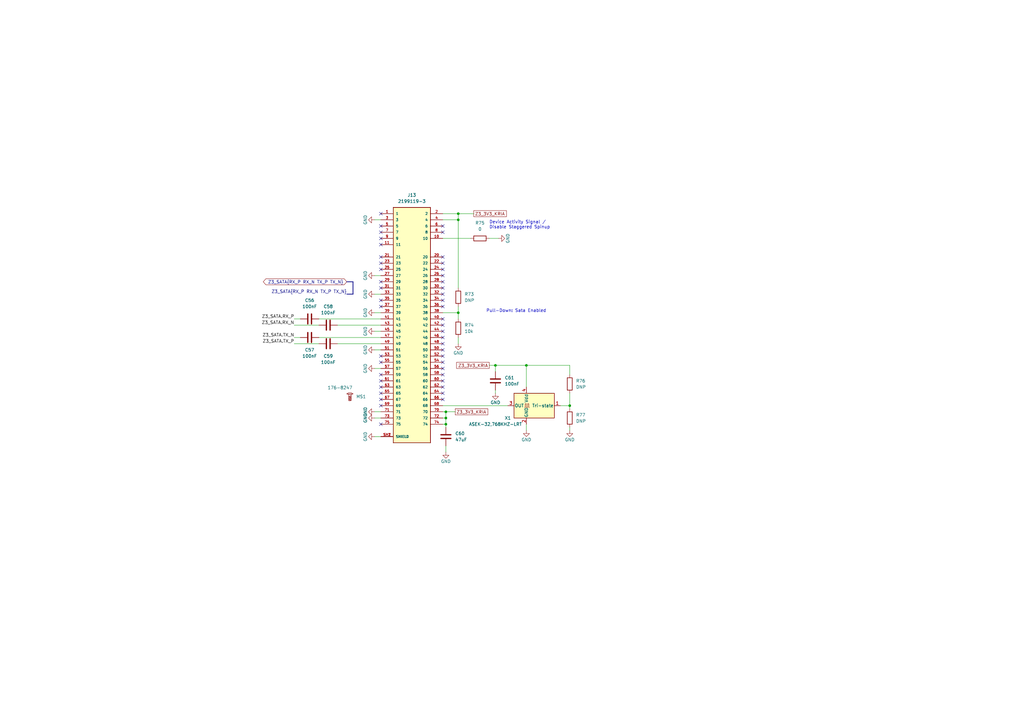
<source format=kicad_sch>
(kicad_sch (version 20211123) (generator eeschema)
  (paper "A3")
  (title_block (title "RTM_Template") (date "2022-09-07") (rev "1.0") (company "Karlsruhe Institute of Technology (KIT)") (comment 1 "Institute for Data Processing and Electronics (IPE)") (comment 2 "Carsten Schmerbeck") (comment 3 "Luis Ardila") (comment 4 "Licensed under CERN-OHL-P v2"))
  (lib_symbols
    (symbol "Device:C" (pin_numbers hide) (pin_names (offset 0.254))
      (property "Reference" "C" (at 0.635 2.54 0))
      (property "Value" "C" (at 0.635 -2.54 0))
      (symbol "C_0_1"
        (polyline (pts (xy -2.032 -0.762) (xy 2.032 -0.762)) (stroke (width 0.508)))
        (polyline (pts (xy -2.032 0.762) (xy 2.032 0.762)) (stroke (width 0.508)))
      )
      (symbol "C_1_1"
        (pin passive line (at 0 3.81 270) (length 2.794) (name "~") (number "1"))
        (pin passive line (at 0 -3.81 90) (length 2.794) (name "~") (number "2"))
      )
    )
    (symbol "Device:R" (pin_numbers hide) (pin_names (offset 0))
      (property "Reference" "R" (at 2.032 0 90))
      (property "Value" "R" (at 0 0 90))
      (symbol "R_0_1"
        (rectangle (start -1.016 -2.54) (end 1.016 2.54) (stroke (width 0.254)))
      )
      (symbol "R_1_1"
        (pin passive line (at 0 3.81 270) (length 1.27) (name "~") (number "1"))
        (pin passive line (at 0 -3.81 90) (length 1.27) (name "~") (number "2"))
      )
    )
    (symbol "KIT_Connector:2199119-3" (pin_names (offset 1.016))
      (property "Reference" "J" (at -7.6454 48.9966 0))
      (property "Value" "2199119-3" (at -7.62 -50.8762 0))
      (symbol "2199119-3_0_0"
        (polyline (pts (xy -7.62 -48.26) (xy -7.62 48.26)) (stroke (width 0.254)))
        (polyline (pts (xy -7.62 48.26) (xy 7.62 48.26)) (stroke (width 0.254)))
        (polyline (pts (xy 7.62 -48.26) (xy -7.62 -48.26)) (stroke (width 0.254)))
        (polyline (pts (xy 7.62 48.26) (xy 7.62 -48.26)) (stroke (width 0.254)))
        (pin passive line (at -12.7 45.72 0) (length 5.08) (name "1") (number "1"))
        (pin passive line (at 12.7 35.56 180) (length 5.08) (name "10") (number "10"))
        (pin passive line (at -12.7 33.02 0) (length 5.08) (name "11") (number "11"))
        (pin passive line (at 12.7 45.72 180) (length 5.08) (name "2") (number "2"))
        (pin passive line (at 12.7 27.94 180) (length 5.08) (name "20") (number "20"))
        (pin passive line (at -12.7 27.94 0) (length 5.08) (name "21") (number "21"))
        (pin passive line (at 12.7 25.4 180) (length 5.08) (name "22") (number "22"))
        (pin passive line (at -12.7 25.4 0) (length 5.08) (name "23") (number "23"))
        (pin passive line (at 12.7 22.86 180) (length 5.08) (name "24") (number "24"))
        (pin passive line (at -12.7 22.86 0) (length 5.08) (name "25") (number "25"))
        (pin passive line (at 12.7 20.32 180) (length 5.08) (name "26") (number "26"))
        (pin passive line (at -12.7 20.32 0) (length 5.08) (name "27") (number "27"))
        (pin passive line (at 12.7 17.78 180) (length 5.08) (name "28") (number "28"))
        (pin passive line (at -12.7 17.78 0) (length 5.08) (name "29") (number "29"))
        (pin passive line (at -12.7 43.18 0) (length 5.08) (name "3") (number "3"))
        (pin passive line (at 12.7 15.24 180) (length 5.08) (name "30") (number "30"))
        (pin passive line (at -12.7 15.24 0) (length 5.08) (name "31") (number "31"))
        (pin passive line (at 12.7 12.7 180) (length 5.08) (name "32") (number "32"))
        (pin passive line (at -12.7 12.7 0) (length 5.08) (name "33") (number "33"))
        (pin passive line (at 12.7 10.16 180) (length 5.08) (name "34") (number "34"))
        (pin passive line (at -12.7 10.16 0) (length 5.08) (name "35") (number "35"))
        (pin passive line (at 12.7 7.62 180) (length 5.08) (name "36") (number "36"))
        (pin passive line (at -12.7 7.62 0) (length 5.08) (name "37") (number "37"))
        (pin passive line (at 12.7 5.08 180) (length 5.08) (name "38") (number "38"))
        (pin passive line (at -12.7 5.08 0) (length 5.08) (name "39") (number "39"))
        (pin passive line (at 12.7 43.18 180) (length 5.08) (name "4") (number "4"))
        (pin passive line (at 12.7 2.54 180) (length 5.08) (name "40") (number "40"))
        (pin passive line (at -12.7 2.54 0) (length 5.08) (name "41") (number "41"))
        (pin passive line (at 12.7 0 180) (length 5.08) (name "42") (number "42"))
        (pin passive line (at -12.7 0 0) (length 5.08) (name "43") (number "43"))
        (pin passive line (at 12.7 -2.54 180) (length 5.08) (name "44") (number "44"))
        (pin passive line (at -12.7 -2.54 0) (length 5.08) (name "45") (number "45"))
        (pin passive line (at 12.7 -5.08 180) (length 5.08) (name "46") (number "46"))
        (pin passive line (at -12.7 -5.08 0) (length 5.08) (name "47") (number "47"))
        (pin passive line (at 12.7 -7.62 180) (length 5.08) (name "48") (number "48"))
        (pin passive line (at -12.7 -7.62 0) (length 5.08) (name "49") (number "49"))
        (pin passive line (at -12.7 40.64 0) (length 5.08) (name "5") (number "5"))
        (pin passive line (at 12.7 -10.16 180) (length 5.08) (name "50") (number "50"))
        (pin passive line (at -12.7 -10.16 0) (length 5.08) (name "51") (number "51"))
        (pin passive line (at 12.7 -12.7 180) (length 5.08) (name "52") (number "52"))
        (pin passive line (at -12.7 -12.7 0) (length 5.08) (name "53") (number "53"))
        (pin passive line (at 12.7 -15.24 180) (length 5.08) (name "54") (number "54"))
        (pin passive line (at -12.7 -15.24 0) (length 5.08) (name "55") (number "55"))
        (pin passive line (at 12.7 -17.78 180) (length 5.08) (name "56") (number "56"))
        (pin passive line (at -12.7 -17.78 0) (length 5.08) (name "57") (number "57"))
        (pin passive line (at 12.7 -20.32 180) (length 5.08) (name "58") (number "58"))
        (pin passive line (at -12.7 -20.32 0) (length 5.08) (name "59") (number "59"))
        (pin passive line (at 12.7 40.64 180) (length 5.08) (name "6") (number "6"))
        (pin passive line (at 12.7 -22.86 180) (length 5.08) (name "60") (number "60"))
        (pin passive line (at -12.7 -22.86 0) (length 5.08) (name "61") (number "61"))
        (pin passive line (at 12.7 -25.4 180) (length 5.08) (name "62") (number "62"))
        (pin passive line (at -12.7 -25.4 0) (length 5.08) (name "63") (number "63"))
        (pin passive line (at 12.7 -27.94 180) (length 5.08) (name "64") (number "64"))
        (pin passive line (at -12.7 -27.94 0) (length 5.08) (name "65") (number "65"))
        (pin passive line (at 12.7 -30.48 180) (length 5.08) (name "66") (number "66"))
        (pin passive line (at -12.7 -30.48 0) (length 5.08) (name "67") (number "67"))
        (pin passive line (at 12.7 -33.02 180) (length 5.08) (name "68") (number "68"))
        (pin passive line (at -12.7 -33.02 0) (length 5.08) (name "69") (number "69"))
        (pin passive line (at -12.7 38.1 0) (length 5.08) (name "7") (number "7"))
        (pin passive line (at 12.7 -35.56 180) (length 5.08) (name "70") (number "70"))
        (pin passive line (at -12.7 -35.56 0) (length 5.08) (name "71") (number "71"))
        (pin passive line (at 12.7 -38.1 180) (length 5.08) (name "72") (number "72"))
        (pin passive line (at -12.7 -38.1 0) (length 5.08) (name "73") (number "73"))
        (pin passive line (at 12.7 -40.64 180) (length 5.08) (name "74") (number "74"))
        (pin passive line (at -12.7 -40.64 0) (length 5.08) (name "75") (number "75"))
        (pin passive line (at 12.7 38.1 180) (length 5.08) (name "8") (number "8"))
        (pin passive line (at -12.7 35.56 0) (length 5.08) (name "9") (number "9"))
        (pin passive line (at -12.7 -45.72 0) (length 5.08) (name "SHIELD") (number "SH1"))
        (pin passive line (at -12.7 -45.72 0) (length 5.08) (name "SHIELD") (number "SH2"))
      )
      (symbol "2199119-3_0_1"
        (rectangle (start -7.62 48.26) (end 7.62 -48.26) (fill (type background)))
      )
    )
    (symbol "KIT_Mechanical:MachineScrew" (pin_names (offset 1.016))
      (property "Reference" "MS" (at 3.048 -1.27 0))
      (symbol "MachineScrew_0_1"
        (rectangle (start -0.508 0.762) (end 0.508 -1.778))
        (polyline (pts (xy -1.27 1.016) (xy -0.508 0.762)))
        (polyline (pts (xy 0.508 -1.524) (xy -0.254 -1.778)))
        (polyline (pts (xy 0.508 -1.27) (xy -0.508 -1.524)))
        (polyline (pts (xy 0.508 -1.016) (xy -0.508 -1.27)))
        (polyline (pts (xy 0.508 -0.762) (xy -0.508 -1.016)))
        (polyline (pts (xy 0.508 -0.508) (xy -0.508 -0.762)))
        (polyline (pts (xy 0.508 -0.254) (xy -0.508 -0.508)))
        (polyline (pts (xy 0.508 0) (xy -0.508 -0.254)))
        (polyline (pts (xy 0.508 0.254) (xy -0.508 0)))
        (polyline (pts (xy 0.508 0.762) (xy 1.27 1.016)))
        (polyline (pts (xy 1.27 1.016) (xy -1.27 1.016)))
        (arc (start 1.27 1.016) (mid 0 1.5421) (end -1.27 1.016))
      )
    )
    (symbol "KIT_Oscillator:ASEK-xxxMHz" (pin_names (offset 0.254))
      (property "Reference" "X" (at -8.89 6.35 0))
      (property "Value" "ASEK-xxxMHz" (at 1.27 -6.35 0))
      (symbol "ASEK-xxxMHz_0_1"
        (rectangle (start -11.43 5.08) (end 5.08 -5.08) (stroke (width 0.254)) (fill (type background)))
        (polyline (pts (xy -1.27 -0.762) (xy -1.016 -0.762) (xy -1.016 0.762) (xy -0.508 0.762) (xy -0.508 -0.762) (xy 0 -0.762) (xy 0 0.762) (xy 0.508 0.762) (xy 0.508 -0.762) (xy 0.762 -0.762)))
      )
      (symbol "ASEK-xxxMHz_1_1"
        (pin input line (at -13.97 0 0) (length 2.54) (name "Tri-state") (number "1"))
        (pin power_in line (at 0 -7.62 90) (length 2.54) (name "GND") (number "2"))
        (pin output line (at 7.62 0 180) (length 2.54) (name "OUT") (number "3"))
        (pin power_in line (at 0 7.62 270) (length 2.54) (name "Vdd") (number "4"))
      )
    )
    (symbol "power:GND" (power) (pin_names (offset 0))
      (property "Value" "GND" (at 0 -3.81 0))
      (symbol "GND_0_1"
        (polyline (pts (xy 0 0) (xy 0 -1.27) (xy 1.27 -1.27) (xy 0 -2.54) (xy -1.27 -1.27) (xy 0 -1.27)))
      )
      (symbol "GND_1_1"
        (pin power_in line (at 0 0 270) (length 0) hide (name "GND") (number "1"))
      )
    )
  )
  (junction (at 187.96 90.17))
  (junction (at 187.96 87.63))
  (junction (at 233.68 166.37))
  (junction (at 187.96 128.27))
  (junction (at 182.88 168.91))
  (junction (at 215.9 149.86))
  (junction (at 182.88 173.99))
  (junction (at 182.88 171.45))
  (junction (at 203.2 149.86))
  (no_connect (at 181.61 130.81))
  (no_connect (at 181.61 161.29))
  (no_connect (at 181.61 140.97))
  (no_connect (at 181.61 163.83))
  (no_connect (at 181.61 135.89))
  (no_connect (at 181.61 151.13))
  (no_connect (at 156.21 87.63))
  (no_connect (at 156.21 92.71))
  (no_connect (at 181.61 146.05))
  (no_connect (at 181.61 138.43))
  (no_connect (at 156.21 173.99))
  (no_connect (at 156.21 166.37))
  (no_connect (at 156.21 163.83))
  (no_connect (at 181.61 95.25))
  (no_connect (at 181.61 92.71))
  (no_connect (at 156.21 156.21))
  (no_connect (at 156.21 146.05))
  (no_connect (at 156.21 148.59))
  (no_connect (at 156.21 153.67))
  (no_connect (at 156.21 158.75))
  (no_connect (at 156.21 161.29))
  (no_connect (at 156.21 97.79))
  (no_connect (at 156.21 95.25))
  (no_connect (at 181.61 113.03))
  (no_connect (at 181.61 110.49))
  (no_connect (at 181.61 105.41))
  (no_connect (at 181.61 107.95))
  (no_connect (at 156.21 110.49))
  (no_connect (at 156.21 107.95))
  (no_connect (at 156.21 105.41))
  (no_connect (at 156.21 100.33))
  (no_connect (at 156.21 115.57))
  (no_connect (at 156.21 118.11))
  (no_connect (at 156.21 123.19))
  (no_connect (at 156.21 125.73))
  (no_connect (at 181.61 118.11))
  (no_connect (at 181.61 120.65))
  (no_connect (at 181.61 125.73))
  (no_connect (at 181.61 123.19))
  (no_connect (at 181.61 115.57))
  (no_connect (at 181.61 133.35))
  (no_connect (at 181.61 153.67))
  (no_connect (at 181.61 143.51))
  (no_connect (at 181.61 148.59))
  (no_connect (at 181.61 156.21))
  (no_connect (at 181.61 158.75))
  (wire (pts (xy 181.61 166.37) (xy 208.28 166.37)))
  (wire (pts (xy 187.96 87.63) (xy 187.96 90.17)))
  (wire (pts (xy 181.61 173.99) (xy 182.88 173.99)))
  (wire (pts (xy 120.65 130.81) (xy 123.19 130.81)))
  (wire (pts (xy 215.9 149.86) (xy 215.9 158.75)))
  (wire (pts (xy 182.88 168.91) (xy 182.88 171.45)))
  (wire (pts (xy 153.67 168.91) (xy 156.21 168.91)))
  (wire (pts (xy 120.65 138.43) (xy 123.19 138.43)))
  (wire (pts (xy 203.2 152.4) (xy 203.2 149.86)))
  (wire (pts (xy 200.66 97.79) (xy 204.47 97.79)))
  (wire (pts (xy 181.61 90.17) (xy 187.96 90.17)))
  (bus (pts (xy 144.78 115.57) (xy 144.78 120.65)))
  (wire (pts (xy 153.67 120.65) (xy 156.21 120.65)))
  (bus (pts (xy 142.24 120.65) (xy 144.78 120.65)))
  (wire (pts (xy 182.88 182.88) (xy 182.88 185.42)))
  (wire (pts (xy 215.9 173.99) (xy 215.9 176.53)))
  (wire (pts (xy 233.68 166.37) (xy 233.68 167.64)))
  (wire (pts (xy 153.67 113.03) (xy 156.21 113.03)))
  (wire (pts (xy 181.61 97.79) (xy 193.04 97.79)))
  (wire (pts (xy 187.96 125.73) (xy 187.96 128.27)))
  (wire (pts (xy 130.81 138.43) (xy 156.21 138.43)))
  (wire (pts (xy 182.88 171.45) (xy 182.88 173.99)))
  (wire (pts (xy 153.67 179.07) (xy 156.21 179.07)))
  (wire (pts (xy 181.61 168.91) (xy 182.88 168.91)))
  (wire (pts (xy 153.67 90.17) (xy 156.21 90.17)))
  (wire (pts (xy 203.2 149.86) (xy 215.9 149.86)))
  (wire (pts (xy 182.88 168.91) (xy 186.69 168.91)))
  (bus (pts (xy 142.24 115.57) (xy 144.78 115.57)))
  (wire (pts (xy 187.96 128.27) (xy 187.96 130.81)))
  (wire (pts (xy 187.96 138.43) (xy 187.96 140.97)))
  (wire (pts (xy 153.67 128.27) (xy 156.21 128.27)))
  (wire (pts (xy 181.61 171.45) (xy 182.88 171.45)))
  (wire (pts (xy 153.67 171.45) (xy 156.21 171.45)))
  (wire (pts (xy 130.81 130.81) (xy 156.21 130.81)))
  (wire (pts (xy 233.68 149.86) (xy 233.68 153.67)))
  (wire (pts (xy 120.65 140.97) (xy 130.81 140.97)))
  (wire (pts (xy 138.43 140.97) (xy 156.21 140.97)))
  (wire (pts (xy 181.61 87.63) (xy 187.96 87.63)))
  (wire (pts (xy 187.96 90.17) (xy 187.96 118.11)))
  (wire (pts (xy 153.67 135.89) (xy 156.21 135.89)))
  (wire (pts (xy 233.68 161.29) (xy 233.68 166.37)))
  (wire (pts (xy 181.61 128.27) (xy 187.96 128.27)))
  (wire (pts (xy 187.96 87.63) (xy 194.31 87.63)))
  (wire (pts (xy 120.65 133.35) (xy 130.81 133.35)))
  (wire (pts (xy 182.88 173.99) (xy 182.88 175.26)))
  (wire (pts (xy 138.43 133.35) (xy 156.21 133.35)))
  (wire (pts (xy 153.67 151.13) (xy 156.21 151.13)))
  (wire (pts (xy 200.66 149.86) (xy 203.2 149.86)))
  (wire (pts (xy 233.68 175.26) (xy 233.68 176.53)))
  (wire (pts (xy 229.87 166.37) (xy 233.68 166.37)))
  (wire (pts (xy 215.9 149.86) (xy 233.68 149.86)))
  (wire (pts (xy 153.67 143.51) (xy 156.21 143.51)))
  (wire (pts (xy 203.2 160.02) (xy 203.2 161.29)))
  (text "Device Activity Signal / \nDisable Staggered Spinup" (at 200.66 93.98 0) (effects (font (size 1.27 1.27)) (justify left bottom)))
  (text "Pull-Down: Sata Enabled" (at 199.39 128.27 0) (effects (font (size 1.27 1.27)) (justify left bottom)))
  (label "Z3_SATA.RX_P" (at 120.65 130.81 180))
  (label "Z3_SATA.RX_N" (at 120.65 133.35 180))
  (label "Z3_SATA.TX_P" (at 120.65 140.97 180))
  (label "Z3_SATA{RX_P RX_N TX_P TX_N}" (at 142.24 120.65 180))
  (label "Z3_SATA.TX_N" (at 120.65 138.43 180))
  (global_label "Z3_3V3_KRIA" (shape passive) (at 186.69 168.91 0) (property "Intersheet References" "${INTERSHEET_REFS}" (effects hide)))
  (global_label "Z3_SATA{RX_P RX_N TX_P TX_N}" (shape bidirectional) (at 142.24 115.57 180) (property "Intersheet References" "${INTERSHEET_REFS}" (effects hide)))
  (global_label "Z3_3V3_KRIA" (shape passive) (at 200.66 149.86 180) (property "Intersheet References" "${INTERSHEET_REFS}" (effects hide)))
  (global_label "Z3_3V3_KRIA" (shape passive) (at 194.31 87.63 0) (property "Intersheet References" "${INTERSHEET_REFS}" (effects hide)))
  (symbol (lib_id "power:GND") (at 233.68 176.53 0) (unit 1)
    (property "Reference" "#PWR0214" (effects hide))
    (property "Value" "GND" (at 233.68 180.34 0))
  )
  (symbol (lib_id "KIT_Connector:2199119-3") (at 168.91 133.35 0) (unit 1)
    (property "Reference" "J13" (at 168.91 80.01 0))
    (property "Value" "2199119-3" (at 168.91 82.55 0))
    (property "Footprint" "KIT_Connector:M.2_Type_B_2280" (effects hide))
    (property "Datasheet" "https://www.te.com/usa-en/product-2199119-3.html?te_bu=Cor&te_type=disp&te_campaign=seda_glo_cor-seda-global-disp-prtnr-fy19-seda-model-bom-cta_sma-317_1&elqCampaignId=32493" (effects hide))
    (property "digikey#" "A115899CT-ND" (effects hide))
    (property "manf" "TE Connectivity" (effects hide))
    (property "manf#" "2199119-3" (effects hide))
    (property "mouser#" "571-2199119-3" (effects hide))
  )
  (symbol (lib_id "power:GND") (at 153.67 171.45 270) (unit 1)
    (property "Reference" "#PWR0205" (effects hide))
    (property "Value" "GND" (at 149.86 171.45 0))
  )
  (symbol (lib_id "Device:R") (at 187.96 121.92 180) (unit 1)
    (property "Reference" "R73" (at 190.5 120.6499 0) (effects (justify right)))
    (property "Value" "DNP" (at 190.5 123.1899 0) (effects (justify right)))
    (property "Footprint" "KIT_Resistor_SMD:R_0402_1005Metric_DNP" (effects hide))
    (property "stock" "DNP" (effects hide))
  )
  (symbol (lib_id "Device:R") (at 233.68 171.45 180) (unit 1)
    (property "Reference" "R77" (at 236.22 170.1799 0) (effects (justify right)))
    (property "Value" "DNP" (at 236.22 172.7199 0) (effects (justify right)))
    (property "Footprint" "KIT_Resistor_SMD:R_0402_1005Metric_DNP" (effects hide))
    (property "stock" "DNP" (effects hide))
  )
  (symbol (lib_id "KIT_Mechanical:MachineScrew") (at 143.51 162.56 0) (unit 1) (on_board no)
    (property "Reference" "MS1" (at 146.05 162.6778 0) (effects (justify left)))
    (property "Value" "176-8247" (at 139.446 159.004 0))
    (property "rs#" "176-8247" (effects hide))
    (property "manf" "Wurth" (effects hide))
    (property "manf#" "9774015151R" (effects hide))
    (property "stock" "Luis: 5" (effects hide))
  )
  (symbol (lib_id "Device:C") (at 127 138.43 90) (unit 1)
    (property "Reference" "C57" (at 127 143.51 90))
    (property "Value" "100nF" (at 127 146.05 90))
    (property "Footprint" "Capacitor_SMD:C_0402_1005Metric" (effects hide))
    (property "stock" "AVT-IPE" (effects hide))
    (property "voltage" "16 V" (effects hide))
  )
  (symbol (lib_id "power:GND") (at 182.88 185.42 0) (unit 1)
    (property "Reference" "#PWR0215" (effects hide))
    (property "Value" "GND" (at 182.88 189.23 0))
  )
  (symbol (lib_id "power:GND") (at 204.47 97.79 90) (unit 1)
    (property "Reference" "#PWR0222" (effects hide))
    (property "Value" "GND" (at 208.28 97.79 0))
  )
  (symbol (lib_id "Device:R") (at 187.96 134.62 180) (unit 1)
    (property "Reference" "R74" (at 190.5 133.3499 0) (effects (justify right)))
    (property "Value" "10k" (at 190.5 135.8899 0) (effects (justify right)))
    (property "Footprint" "Resistor_SMD:R_0402_1005Metric" (effects hide))
    (property "stock" "AVT-IPE" (effects hide))
    (property "digikey#" "A129639CT-ND" (effects hide))
    (property "manf" "TE" (effects hide))
    (property "manf#" "CRGCQ0402F10K" (effects hide))
  )
  (symbol (lib_id "power:GND") (at 153.67 151.13 270) (unit 1)
    (property "Reference" "#PWR0206" (effects hide))
    (property "Value" "GND" (at 149.86 151.13 0))
  )
  (symbol (lib_id "power:GND") (at 153.67 113.03 270) (unit 1)
    (property "Reference" "#PWR0208" (effects hide))
    (property "Value" "GND" (at 149.86 113.03 0))
  )
  (symbol (lib_id "power:GND") (at 153.67 143.51 270) (unit 1)
    (property "Reference" "#PWR0207" (effects hide))
    (property "Value" "GND" (at 149.86 143.51 0))
  )
  (symbol (lib_id "Device:C") (at 203.2 156.21 180) (unit 1)
    (property "Reference" "C61" (at 207.01 154.9399 0) (effects (justify right)))
    (property "Value" "100nF" (at 207.01 157.4799 0) (effects (justify right)))
    (property "Footprint" "Capacitor_SMD:C_0402_1005Metric" (effects hide))
    (property "stock" "AVT-IPE" (effects hide))
    (property "voltage" "16 V" (effects hide))
  )
  (symbol (lib_id "power:GND") (at 153.67 168.91 270) (unit 1)
    (property "Reference" "#PWR0210" (effects hide))
    (property "Value" "GND" (at 149.86 168.91 0))
  )
  (symbol (lib_id "Device:C") (at 182.88 179.07 0) (unit 1)
    (property "Reference" "C60" (at 186.69 177.7999 0) (effects (justify left)))
    (property "Value" "47uF" (at 186.69 180.3399 0) (effects (justify left)))
    (property "Footprint" "Capacitor_SMD:C_1210_3225Metric" (effects hide))
    (property "digikey#" "587-5924-1-ND" (effects hide))
    (property "manf" "Taiyo Yuden" (effects hide))
    (property "manf#" "LMK325BJ476MM-P" (effects hide))
  )
  (symbol (lib_id "power:GND") (at 215.9 176.53 0) (unit 1)
    (property "Reference" "#PWR0216" (effects hide))
    (property "Value" "GND" (at 215.9 180.34 0))
  )
  (symbol (lib_id "power:GND") (at 153.67 90.17 270) (unit 1)
    (property "Reference" "#PWR0211" (effects hide))
    (property "Value" "GND" (at 149.86 90.17 0))
  )
  (symbol (lib_id "Device:R") (at 233.68 157.48 180) (unit 1)
    (property "Reference" "R76" (at 236.22 156.2099 0) (effects (justify right)))
    (property "Value" "DNP" (at 236.22 158.7499 0) (effects (justify right)))
    (property "Footprint" "KIT_Resistor_SMD:R_0402_1005Metric_DNP" (effects hide))
    (property "stock" "DNP" (effects hide))
  )
  (symbol (lib_id "power:GND") (at 187.96 140.97 0) (unit 1)
    (property "Reference" "#PWR0219" (effects hide))
    (property "Value" "GND" (at 187.96 144.78 0))
  )
  (symbol (lib_id "Device:R") (at 196.85 97.79 270) (unit 1)
    (property "Reference" "R75" (at 196.85 91.44 90))
    (property "Value" "0" (at 196.85 93.98 90))
    (property "Footprint" "Resistor_SMD:R_0402_1005Metric" (effects hide))
    (property "stock" "AVT-IPE" (effects hide))
  )
  (symbol (lib_id "KIT_Oscillator:ASEK-xxxMHz") (at 215.9 166.37 0) (mirror y) (unit 1)
    (property "Reference" "X1" (at 208.28 171.45 0))
    (property "Value" "ASEK-32,768KHZ-LRT" (at 203.2 173.99 0))
    (property "Footprint" "Oscillator:Oscillator_SMD_Abracon_ASE-4Pin_3.2x2.5mm" (effects hide))
    (property "Datasheet" "http://www.abracon.com/Oscillators/ASEK.pdf" (effects hide))
    (property "digikey#" "535-ASEK-32.768KHZ-L-R-TCT-ND" (effects hide))
    (property "manf" "Abracon" (effects hide))
    (property "manf#" "ASEK-32.768KHZ-L-R-T" (effects hide))
    (property "mouser#" "815-ASEK-32.7K-LRT" (effects hide))
  )
  (symbol (lib_id "power:GND") (at 203.2 161.29 0) (unit 1)
    (property "Reference" "#PWR0221" (effects hide))
    (property "Value" "GND" (at 203.2 165.1 0))
  )
  (symbol (lib_id "Device:C") (at 134.62 133.35 90) (unit 1)
    (property "Reference" "C58" (at 134.62 125.73 90))
    (property "Value" "100nF" (at 134.62 128.27 90))
    (property "Footprint" "Capacitor_SMD:C_0402_1005Metric" (effects hide))
    (property "stock" "AVT-IPE" (effects hide))
    (property "voltage" "16 V" (effects hide))
  )
  (symbol (lib_id "power:GND") (at 153.67 179.07 270) (unit 1)
    (property "Reference" "#PWR0204" (effects hide))
    (property "Value" "GND" (at 149.86 179.07 0))
  )
  (symbol (lib_id "Device:C") (at 127 130.81 90) (unit 1)
    (property "Reference" "C56" (at 127 123.19 90))
    (property "Value" "100nF" (at 127 125.73 90))
    (property "Footprint" "Capacitor_SMD:C_0402_1005Metric" (effects hide))
    (property "stock" "AVT-IPE" (effects hide))
    (property "voltage" "16 V" (effects hide))
  )
  (symbol (lib_id "power:GND") (at 153.67 128.27 270) (unit 1)
    (property "Reference" "#PWR0212" (effects hide))
    (property "Value" "GND" (at 149.86 128.27 0))
  )
  (symbol (lib_id "Device:C") (at 134.62 140.97 90) (unit 1)
    (property "Reference" "C59" (at 134.62 146.05 90))
    (property "Value" "100nF" (at 134.62 148.59 90))
    (property "Footprint" "Capacitor_SMD:C_0402_1005Metric" (effects hide))
    (property "stock" "AVT-IPE" (effects hide))
    (property "voltage" "16 V" (effects hide))
  )
  (symbol (lib_id "power:GND") (at 153.67 120.65 270) (unit 1)
    (property "Reference" "#PWR0209" (effects hide))
    (property "Value" "GND" (at 149.86 120.65 0))
  )
  (symbol (lib_id "power:GND") (at 153.67 135.89 270) (unit 1)
    (property "Reference" "#PWR0213" (effects hide))
    (property "Value" "GND" (at 149.86 135.89 0))
  )
)
</source>
